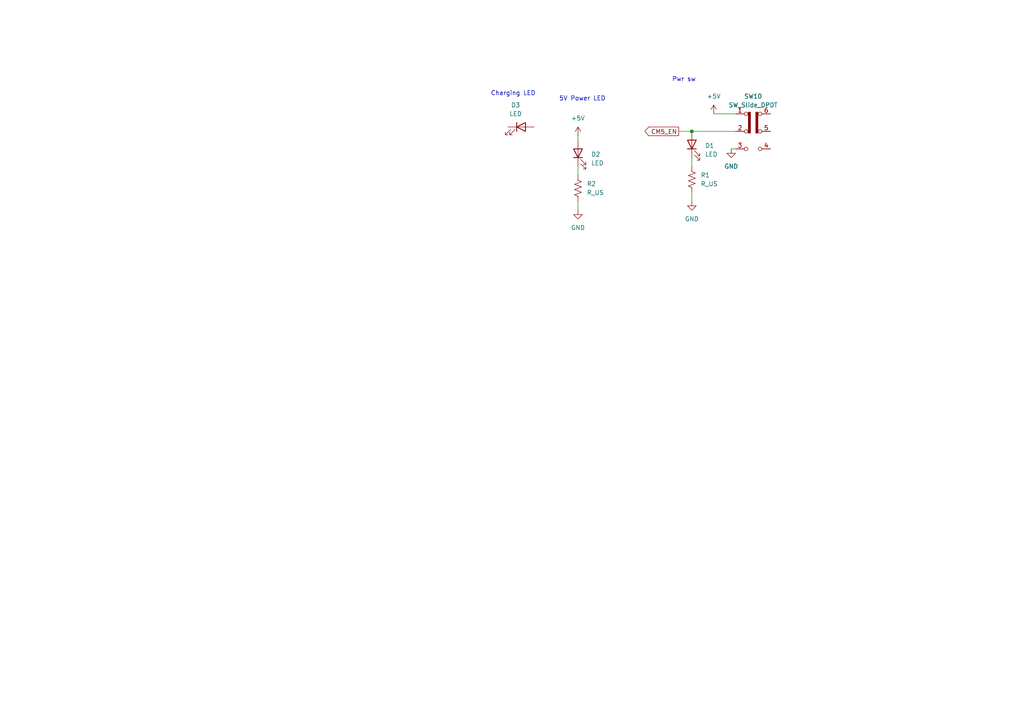
<source format=kicad_sch>
(kicad_sch (version 20250114) (generator "eeschema") (generator_version "9.0")
  (paper "A4")
  (lib_symbols
    (symbol "Device:LED" (pin_numbers (hide yes)) (pin_names (offset 1.016) (hide yes))
      (property "Reference" "D" (at 0 2.54 0))
      (property "Value" "LED" (at 0 -2.54 0))
      (symbol "LED_0_1"
        (polyline (pts (xy -3.048 -0.762) (xy -4.572 -2.286) (xy -3.81 -2.286) (xy -4.572 -2.286) (xy -4.572 -1.524)))
        (polyline (pts (xy -1.778 -0.762) (xy -3.302 -2.286) (xy -2.54 -2.286) (xy -3.302 -2.286) (xy -3.302 -1.524)))
        (polyline (pts (xy -1.27 0) (xy 1.27 0)))
        (polyline (pts (xy -1.27 -1.27) (xy -1.27 1.27)) (stroke (width 0.254)))
        (polyline (pts (xy 1.27 -1.27) (xy 1.27 1.27) (xy -1.27 0) (xy 1.27 -1.27)) (stroke (width 0.254)))
      )
      (symbol "LED_1_1"
        (pin passive line (at -3.81 0 0) (length 2.54) (name "K") (number "1"))
        (pin passive line (at 3.81 0 180) (length 2.54) (name "A") (number "2"))
      )
    )
    (symbol "Device:R_US" (pin_numbers (hide yes)) (pin_names (offset 0))
      (property "Reference" "R" (at 2.54 0 90))
      (property "Value" "R_US" (at -2.54 0 90))
      (symbol "R_US_0_1"
        (polyline (pts (xy 0 2.286) (xy 0 2.54)))
        (polyline (pts (xy 0 2.286) (xy 1.016 1.905) (xy 0 1.524) (xy -1.016 1.143) (xy 0 0.762)))
        (polyline (pts (xy 0 0.762) (xy 1.016 0.381) (xy 0 0) (xy -1.016 -0.381) (xy 0 -0.762)))
        (polyline (pts (xy 0 -0.762) (xy 1.016 -1.143) (xy 0 -1.524) (xy -1.016 -1.905) (xy 0 -2.286)))
        (polyline (pts (xy 0 -2.286) (xy 0 -2.54)))
      )
      (symbol "R_US_1_1"
        (pin passive line (at 0 3.81 270) (length 1.27) (name "~") (number "1"))
        (pin passive line (at 0 -3.81 90) (length 1.27) (name "~") (number "2"))
      )
    )
    (symbol "Switch:SW_Slide_DPDT" (pin_names (offset 0) (hide yes))
      (property "Reference" "SW" (at 0 6.858 0))
      (property "Value" "SW_Slide_DPDT" (at 0 -8.128 0))
      (symbol "SW_Slide_DPDT_0_0"
        (circle (center -2.032 5.08) (radius 0.508))
        (circle (center -2.032 -5.08) (radius 0.508))
        (circle (center 2.032 0) (radius 0.508))
        (circle (center 2.032 -5.08) (radius 0.508))
      )
      (symbol "SW_Slide_DPDT_0_1"
        (circle (center -2.032 0) (radius 0.508))
        (circle (center 2.032 5.08) (radius 0.508))
      )
      (symbol "SW_Slide_DPDT_1_1"
        (rectangle (start -1.397 5.588) (end -0.762 -0.508) (fill (type outline)))
        (rectangle (start 0.762 5.588) (end 1.397 -0.508) (fill (type outline)))
        (pin passive line (at -5.08 5.08 0) (length 2.54) (name "A") (number "1"))
        (pin passive line (at -5.08 0 0) (length 2.54) (name "B") (number "2"))
        (pin passive line (at -5.08 -5.08 0) (length 2.54) (name "C") (number "3"))
        (pin passive line (at 5.08 5.08 180) (length 2.54) (name "C") (number "6"))
        (pin passive line (at 5.08 0 180) (length 2.54) (name "B") (number "5"))
        (pin passive line (at 5.08 -5.08 180) (length 2.54) (name "A") (number "4"))
      )
    )
    (symbol "power:+5V" (power) (pin_numbers (hide yes)) (pin_names (offset 0) (hide yes))
      (property "Value" "+5V" (at 0 3.556 0))
      (symbol "+5V_0_1"
        (polyline (pts (xy -0.762 1.27) (xy 0 2.54)))
        (polyline (pts (xy 0 2.54) (xy 0.762 1.27)))
        (polyline (pts (xy 0 0) (xy 0 2.54)))
      )
      (symbol "+5V_1_1"
        (pin power_in line (at 0 0 90) (length 0) (name "~") (number "1"))
      )
    )
    (symbol "power:GND" (power) (pin_numbers (hide yes)) (pin_names (offset 0) (hide yes))
      (property "Value" "GND" (at 0 -3.81 0))
      (symbol "GND_0_1"
        (polyline (pts (xy 0 0) (xy 0 -1.27) (xy 1.27 -1.27) (xy 0 -2.54) (xy -1.27 -1.27) (xy 0 -1.27)))
      )
      (symbol "GND_1_1"
        (pin power_in line (at 0 0 270) (length 0) (name "~") (number "1"))
      )
    )
  )
  (text "Pwr sw" (at 198.374 23.114 0) (effects (font (size 1.27 1.27))))
  (text "Charging LED" (at 148.844 27.178 0) (effects (font (size 1.27 1.27))))
  (text "5V Power LED" (at 168.91 28.702 0) (effects (font (size 1.27 1.27))))
  (junction (at 200.66 38.1))
  (wire (pts (xy 200.66 55.88) (xy 200.66 58.42)))
  (wire (pts (xy 200.66 38.1) (xy 213.36 38.1)))
  (wire (pts (xy 212.09 43.18) (xy 213.36 43.18)))
  (wire (pts (xy 200.66 45.72) (xy 200.66 48.26)))
  (wire (pts (xy 207.01 33.02) (xy 213.36 33.02)))
  (wire (pts (xy 196.85 38.1) (xy 200.66 38.1)))
  (wire (pts (xy 167.64 48.26) (xy 167.64 50.8)))
  (wire (pts (xy 167.64 58.42) (xy 167.64 60.96)))
  (wire (pts (xy 167.64 39.37) (xy 167.64 40.64)))
  (global_label "CM5_EN" (shape output) (at 196.85 38.1 180) (property "Intersheetrefs" "${INTERSHEET_REFS}" (effects (hide yes))))
  (symbol (lib_id "power:GND") (at 167.64 60.96 0) (unit 1)
    (property "Reference" "#PWR024" (effects (hide yes)))
    (property "Value" "GND" (at 167.64 66.04 0))
    (property "Description" "Power symbol creates a global label with name \"GND\" , ground" (effects (hide yes)))
  )
  (symbol (lib_id "power:GND") (at 200.66 58.42 0) (unit 1)
    (property "Reference" "#PWR023" (effects (hide yes)))
    (property "Value" "GND" (at 200.66 63.5 0))
    (property "Description" "Power symbol creates a global label with name \"GND\" , ground" (effects (hide yes)))
  )
  (symbol (lib_id "power:GND") (at 212.09 43.18 0) (unit 1)
    (property "Reference" "#PWR021" (effects (hide yes)))
    (property "Value" "GND" (at 212.09 48.26 0))
    (property "Description" "Power symbol creates a global label with name \"GND\" , ground" (effects (hide yes)))
  )
  (symbol (lib_id "Device:R_US") (at 200.66 52.07 0) (unit 1)
    (property "Reference" "R1" (at 203.2 50.7999 0) (effects (justify left)))
    (property "Value" "R_US" (at 203.2 53.3399 0) (effects (justify left)))
    (property "Description" "Resistor, US symbol" (effects (hide yes)))
  )
  (symbol (lib_id "Device:LED") (at 200.66 41.91 90) (unit 1)
    (property "Reference" "D1" (at 204.47 42.2274 90) (effects (justify right)))
    (property "Value" "LED" (at 204.47 44.7674 90) (effects (justify right)))
    (property "Description" "Light emitting diode" (effects (hide yes)))
    (property "Sim.Pins" "1=K 2=A" (effects (hide yes)))
  )
  (symbol (lib_id "Device:LED") (at 151.13 36.83 0) (unit 1)
    (property "Reference" "D3" (at 149.5425 30.48 0))
    (property "Value" "LED" (at 149.5425 33.02 0))
    (property "Description" "Light emitting diode" (effects (hide yes)))
    (property "Sim.Pins" "1=K 2=A" (effects (hide yes)))
  )
  (symbol (lib_id "power:+5V") (at 167.64 39.37 0) (unit 1)
    (property "Reference" "#PWR025" (effects (hide yes)))
    (property "Value" "+5V" (at 167.64 34.29 0))
    (property "Description" "Power symbol creates a global label with name \"+5V\"" (effects (hide yes)))
  )
  (symbol (lib_id "Device:R_US") (at 167.64 54.61 0) (unit 1)
    (property "Reference" "R2" (at 170.18 53.3399 0) (effects (justify left)))
    (property "Value" "R_US" (at 170.18 55.8799 0) (effects (justify left)))
    (property "Description" "Resistor, US symbol" (effects (hide yes)))
  )
  (symbol (lib_id "Switch:SW_Slide_DPDT") (at 218.44 38.1 0) (unit 1)
    (property "Reference" "SW10" (at 218.44 27.94 0))
    (property "Value" "SW_Slide_DPDT" (at 218.44 30.48 0))
    (property "Description" "Slide Switch, dual pole double throw" (effects (hide yes)))
  )
  (symbol (lib_id "Device:LED") (at 167.64 44.45 90) (unit 1)
    (property "Reference" "D2" (at 171.45 44.7674 90) (effects (justify right)))
    (property "Value" "LED" (at 171.45 47.3074 90) (effects (justify right)))
    (property "Description" "Light emitting diode" (effects (hide yes)))
    (property "Sim.Pins" "1=K 2=A" (effects (hide yes)))
  )
  (symbol (lib_id "power:+5V") (at 207.01 33.02 0) (unit 1)
    (property "Reference" "#PWR022" (effects (hide yes)))
    (property "Value" "+5V" (at 207.01 27.94 0))
    (property "Description" "Power symbol creates a global label with name \"+5V\"" (effects (hide yes)))
  )
)
</source>
